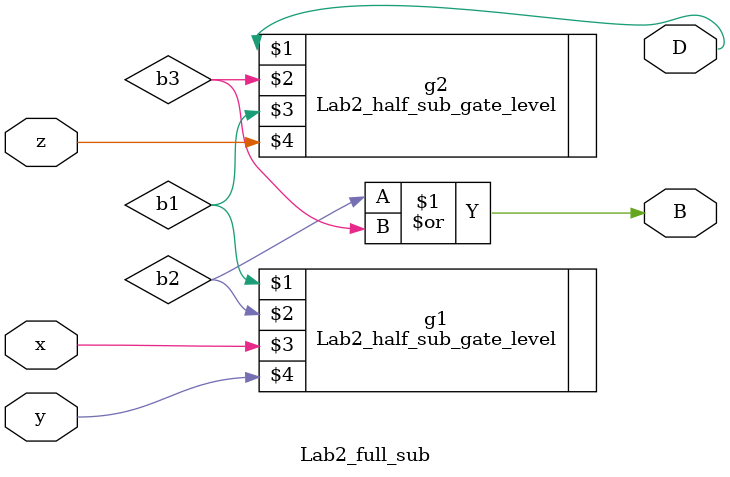
<source format=v>
module Lab2_full_sub(output D,B,input x,y,z);
	wire b1,b2,b3;
	Lab2_half_sub_gate_level g1(b1,b2,x,y);
	Lab2_half_sub_gate_level g2(D,b3,b1,z);
	or g3(B,b2,b3);
endmodule

</source>
